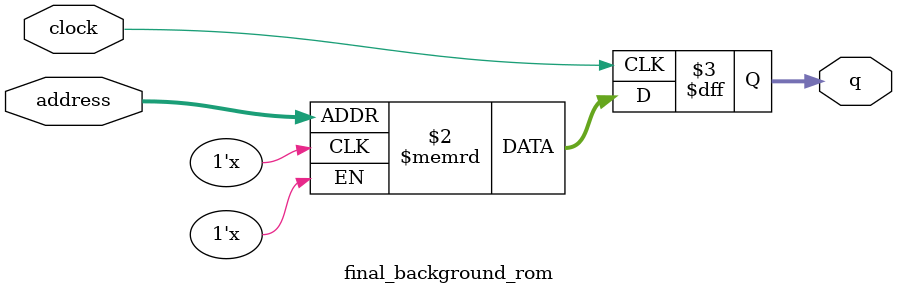
<source format=sv>
module final_background_rom (
	input logic clock,
	input logic [15:0] address,
	output logic [4:0] q
);

logic [4:0] memory [0:39999] /* synthesis ram_init_file = "./final_background/final_background.mif" */;

always_ff @ (posedge clock) begin
	q <= memory[address];
end

endmodule

</source>
